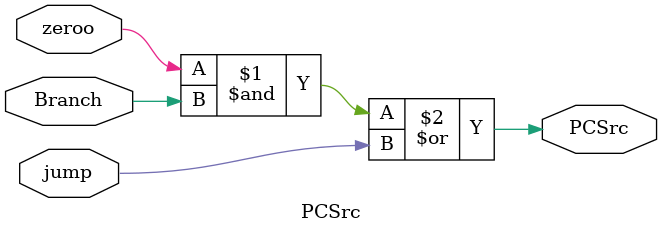
<source format=v>
`timescale 1ns / 1ps

module PCSrc (

input zeroo ,
input Branch ,
input jump ,
output PCSrc

);

assign PCSrc = (zeroo & Branch) | jump ;

endmodule
</source>
